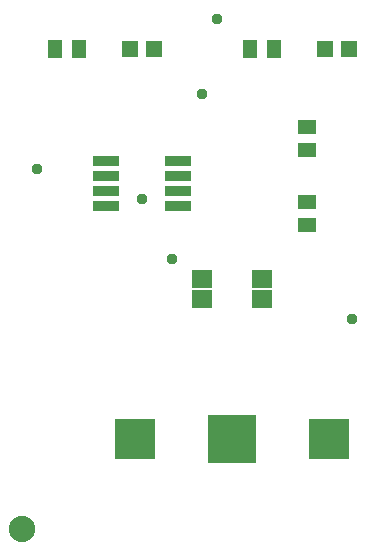
<source format=gts>
G04 EAGLE Gerber RS-274X export*
G75*
%MOMM*%
%FSLAX34Y34*%
%LPD*%
%INTop Soldermask*%
%IPPOS*%
%AMOC8*
5,1,8,0,0,1.08239X$1,22.5*%
G01*
%ADD10C,2.235200*%
%ADD11R,1.703200X1.503200*%
%ADD12R,2.235200X0.863600*%
%ADD13R,1.403200X1.403200*%
%ADD14R,1.603200X1.303200*%
%ADD15R,1.303200X1.603200*%
%ADD16R,4.103200X4.103200*%
%ADD17R,3.403200X3.403200*%
%ADD18C,0.959600*%


D10*
X25400Y25400D03*
D11*
X228600Y237100D03*
X228600Y220100D03*
X177800Y237100D03*
X177800Y220100D03*
D12*
X96266Y336550D03*
X157734Y336550D03*
X96266Y323850D03*
X96266Y311150D03*
X157734Y323850D03*
X157734Y311150D03*
X96266Y298450D03*
X157734Y298450D03*
D13*
X281600Y431800D03*
X302600Y431800D03*
X116500Y431800D03*
X137500Y431800D03*
D14*
X266700Y345600D03*
X266700Y365600D03*
X266700Y282100D03*
X266700Y302100D03*
D15*
X53500Y431800D03*
X73500Y431800D03*
X218600Y431800D03*
X238600Y431800D03*
D16*
X203200Y101600D03*
D17*
X285200Y101600D03*
X121200Y101600D03*
D18*
X38100Y330200D03*
X177800Y393700D03*
X152400Y254000D03*
X304800Y203200D03*
X127000Y304800D03*
X190500Y457200D03*
M02*

</source>
